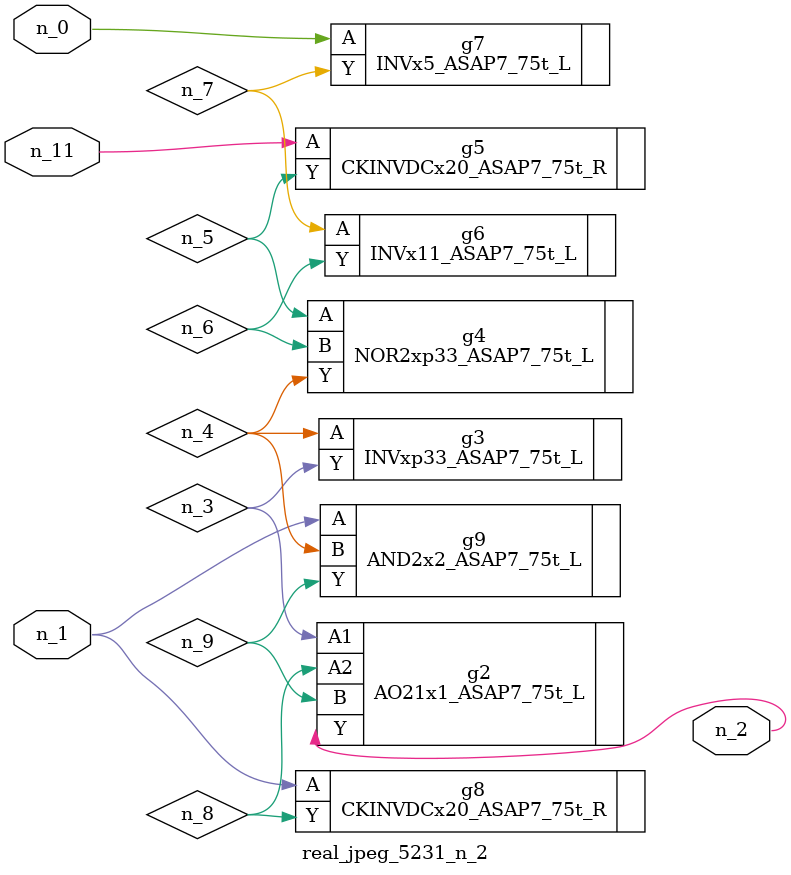
<source format=v>
module real_jpeg_5231_n_2 (n_1, n_11, n_0, n_2);

input n_1;
input n_11;
input n_0;

output n_2;

wire n_5;
wire n_8;
wire n_4;
wire n_6;
wire n_7;
wire n_3;
wire n_9;

INVx5_ASAP7_75t_L g7 ( 
.A(n_0),
.Y(n_7)
);

CKINVDCx20_ASAP7_75t_R g8 ( 
.A(n_1),
.Y(n_8)
);

AND2x2_ASAP7_75t_L g9 ( 
.A(n_1),
.B(n_4),
.Y(n_9)
);

AO21x1_ASAP7_75t_L g2 ( 
.A1(n_3),
.A2(n_8),
.B(n_9),
.Y(n_2)
);

INVxp33_ASAP7_75t_L g3 ( 
.A(n_4),
.Y(n_3)
);

NOR2xp33_ASAP7_75t_L g4 ( 
.A(n_5),
.B(n_6),
.Y(n_4)
);

INVx11_ASAP7_75t_L g6 ( 
.A(n_7),
.Y(n_6)
);

CKINVDCx20_ASAP7_75t_R g5 ( 
.A(n_11),
.Y(n_5)
);


endmodule
</source>
